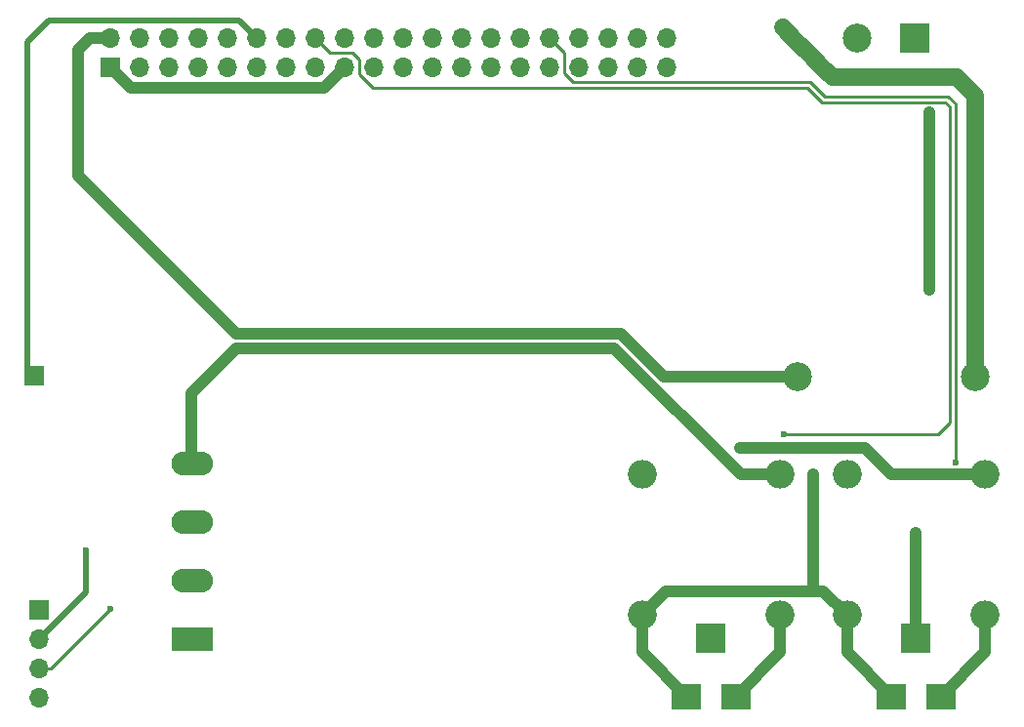
<source format=gtl>
G04 #@! TF.FileFunction,Copper,L1,Top,Signal*
%FSLAX46Y46*%
G04 Gerber Fmt 4.6, Leading zero omitted, Abs format (unit mm)*
G04 Created by KiCad (PCBNEW 4.0.7) date Monday 12 March 2018 21:09:51*
%MOMM*%
%LPD*%
G01*
G04 APERTURE LIST*
%ADD10C,0.100000*%
%ADD11R,2.500000X2.500000*%
%ADD12O,2.500000X2.500000*%
%ADD13R,2.500000X2.300000*%
%ADD14C,2.500000*%
%ADD15R,1.700000X1.700000*%
%ADD16O,1.700000X1.700000*%
%ADD17R,3.600000X2.080000*%
%ADD18O,3.600000X2.080000*%
%ADD19C,0.600000*%
%ADD20C,1.000000*%
%ADD21C,1.500000*%
%ADD22C,0.500000*%
%ADD23C,0.250000*%
G04 APERTURE END LIST*
D10*
D11*
X243840000Y-148590000D03*
D12*
X249840000Y-146590000D03*
X249840000Y-134390000D03*
X237840000Y-134390000D03*
X237840000Y-146590000D03*
D13*
X241690000Y-153670000D03*
X245990000Y-153670000D03*
X223910000Y-153670000D03*
X228210000Y-153670000D03*
D11*
X226060000Y-148590000D03*
D12*
X232060000Y-146590000D03*
X232060000Y-134390000D03*
X220060000Y-134390000D03*
X220060000Y-146590000D03*
D11*
X243760000Y-96520000D03*
D14*
X238760000Y-96520000D03*
X248960000Y-125920000D03*
X233560000Y-125920000D03*
D15*
X167767000Y-146177000D03*
D16*
X167767000Y-148717000D03*
X167767000Y-151257000D03*
X167767000Y-153797000D03*
D15*
X167386000Y-125857000D03*
X173990000Y-99060000D03*
D16*
X173990000Y-96520000D03*
X176530000Y-99060000D03*
X176530000Y-96520000D03*
X179070000Y-99060000D03*
X179070000Y-96520000D03*
X181610000Y-99060000D03*
X181610000Y-96520000D03*
X184150000Y-99060000D03*
X184150000Y-96520000D03*
X186690000Y-99060000D03*
X186690000Y-96520000D03*
X189230000Y-99060000D03*
X189230000Y-96520000D03*
X191770000Y-99060000D03*
X191770000Y-96520000D03*
X194310000Y-99060000D03*
X194310000Y-96520000D03*
X196850000Y-99060000D03*
X196850000Y-96520000D03*
X199390000Y-99060000D03*
X199390000Y-96520000D03*
X201930000Y-99060000D03*
X201930000Y-96520000D03*
X204470000Y-99060000D03*
X204470000Y-96520000D03*
X207010000Y-99060000D03*
X207010000Y-96520000D03*
X209550000Y-99060000D03*
X209550000Y-96520000D03*
X212090000Y-99060000D03*
X212090000Y-96520000D03*
X214630000Y-99060000D03*
X214630000Y-96520000D03*
X217170000Y-99060000D03*
X217170000Y-96520000D03*
X219710000Y-99060000D03*
X219710000Y-96520000D03*
X222250000Y-99060000D03*
X222250000Y-96520000D03*
D17*
X181102000Y-148717000D03*
D18*
X181102000Y-143637000D03*
X181102000Y-138557000D03*
X181102000Y-133477000D03*
D19*
X234950000Y-134366000D03*
X171831000Y-140970000D03*
X232283000Y-95631000D03*
X233426000Y-96774000D03*
X234569000Y-97917000D03*
X235712000Y-99060000D03*
X243840000Y-139446000D03*
X244983000Y-102997000D03*
X244983000Y-118364000D03*
X173990000Y-146050000D03*
X232410000Y-130937000D03*
X247269000Y-133350000D03*
X228600000Y-132080000D03*
D20*
X173990000Y-99060000D02*
X175768000Y-100838000D01*
X192532000Y-100838000D02*
X194310000Y-99060000D01*
X175768000Y-100838000D02*
X192532000Y-100838000D01*
X234950000Y-144526000D02*
X234950000Y-134366000D01*
X237840000Y-146590000D02*
X237840000Y-149820000D01*
X237840000Y-149820000D02*
X241690000Y-153670000D01*
X220060000Y-146590000D02*
X220060000Y-149820000D01*
X220060000Y-149820000D02*
X223910000Y-153670000D01*
X230124000Y-125920000D02*
X221932000Y-125920000D01*
X172212000Y-96520000D02*
X173990000Y-96520000D01*
X171196000Y-97536000D02*
X172212000Y-96520000D01*
X171196000Y-108527998D02*
X171196000Y-97536000D01*
X184912000Y-122243998D02*
X171196000Y-108527998D01*
X218255998Y-122243998D02*
X184912000Y-122243998D01*
X221932000Y-125920000D02*
X218255998Y-122243998D01*
X237840000Y-146590000D02*
X235776000Y-144526000D01*
X235776000Y-144526000D02*
X234950000Y-144526000D01*
X234950000Y-144526000D02*
X232791000Y-144526000D01*
X222124000Y-144526000D02*
X220060000Y-146590000D01*
X232791000Y-144526000D02*
X222124000Y-144526000D01*
X233560000Y-125920000D02*
X230124000Y-125920000D01*
X230124000Y-125920000D02*
X230060000Y-125920000D01*
D21*
X247396000Y-99949000D02*
X236601000Y-99949000D01*
D22*
X167767000Y-148717000D02*
X171831000Y-144653000D01*
X171831000Y-144653000D02*
X171831000Y-140970000D01*
D21*
X248960000Y-125920000D02*
X248960000Y-101513000D01*
X235712000Y-99060000D02*
X236601000Y-99949000D01*
X234569000Y-97917000D02*
X235712000Y-99060000D01*
X233426000Y-96774000D02*
X234569000Y-97917000D01*
X232283000Y-95631000D02*
X233426000Y-96774000D01*
X248960000Y-101513000D02*
X247396000Y-99949000D01*
D20*
X249840000Y-146590000D02*
X249840000Y-149820000D01*
X249840000Y-149820000D02*
X245990000Y-153670000D01*
X232060000Y-146590000D02*
X232060000Y-149820000D01*
X232060000Y-149820000D02*
X228210000Y-153670000D01*
X243840000Y-139446000D02*
X243840000Y-148590000D01*
X244983000Y-102997000D02*
X244983000Y-118364000D01*
D23*
X168783000Y-151257000D02*
X167767000Y-151257000D01*
X173990000Y-146050000D02*
X168783000Y-151257000D01*
D22*
X166751000Y-125222000D02*
X166751000Y-103632000D01*
X185166000Y-94996000D02*
X168656000Y-94996000D01*
X168656000Y-94996000D02*
X166751000Y-96901000D01*
X166751000Y-96901000D02*
X166751000Y-103632000D01*
X185166000Y-94996000D02*
X186690000Y-96520000D01*
X166751000Y-125222000D02*
X167386000Y-125857000D01*
D23*
X246761000Y-129921000D02*
X246761000Y-102489000D01*
X246761000Y-102489000D02*
X246380000Y-102108000D01*
X246380000Y-102108000D02*
X235712000Y-102108000D01*
X235712000Y-102108000D02*
X234442000Y-100838000D01*
X234442000Y-100838000D02*
X230505000Y-100838000D01*
X194818000Y-97790000D02*
X194945000Y-97790000D01*
X194945000Y-97790000D02*
X195580000Y-98425000D01*
X195580000Y-98425000D02*
X195580000Y-99695000D01*
X195580000Y-99695000D02*
X196723000Y-100838000D01*
X196723000Y-100838000D02*
X230505000Y-100838000D01*
X191770000Y-96520000D02*
X193040000Y-97790000D01*
X193040000Y-97790000D02*
X194818000Y-97790000D01*
X232410000Y-130937000D02*
X245745000Y-130937000D01*
X245745000Y-130937000D02*
X246761000Y-129921000D01*
X214122000Y-100330000D02*
X230632000Y-100330000D01*
X213360000Y-97790000D02*
X212090000Y-96520000D01*
X213360000Y-97790000D02*
X213360000Y-99568000D01*
X234696000Y-100330000D02*
X230632000Y-100330000D01*
X235966000Y-101600000D02*
X234696000Y-100330000D01*
X236093000Y-101600000D02*
X235966000Y-101600000D01*
X246634000Y-101600000D02*
X236093000Y-101600000D01*
X247269000Y-102235000D02*
X246634000Y-101600000D01*
X247269000Y-102870000D02*
X247269000Y-102235000D01*
X247269000Y-133350000D02*
X247269000Y-102870000D01*
X213360000Y-99568000D02*
X214122000Y-100330000D01*
D20*
X249840000Y-134390000D02*
X241705000Y-134390000D01*
X239395000Y-132080000D02*
X228600000Y-132080000D01*
X241705000Y-134390000D02*
X239395000Y-132080000D01*
X181102000Y-127254000D02*
X180975000Y-127381000D01*
X228624000Y-134390000D02*
X217678000Y-123444000D01*
X217678000Y-123444000D02*
X184912000Y-123444000D01*
X184912000Y-123444000D02*
X181102000Y-127254000D01*
X232060000Y-134390000D02*
X228624000Y-134390000D01*
X180975000Y-127381000D02*
X180975000Y-133604000D01*
X232060000Y-134390000D02*
X230910000Y-134390000D01*
M02*

</source>
